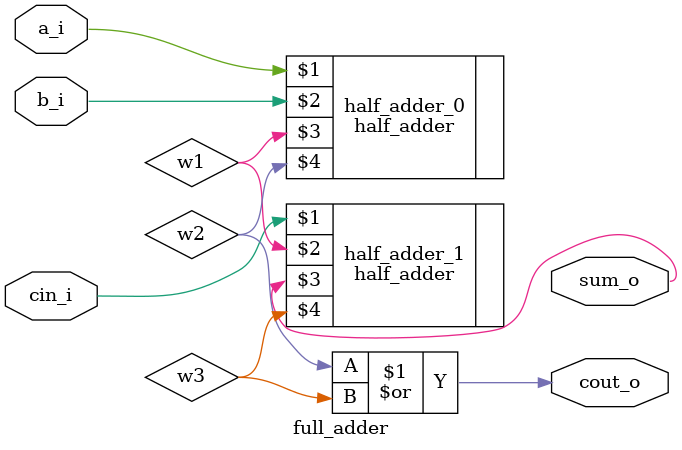
<source format=sv>
`timescale 1ns / 1ps


module full_adder(
    input logic a_i,
    input logic b_i,
    input logic cin_i,
    output logic sum_o,
    output logic cout_o
    );
    
    wire w1,w2,w3;    
    
    half_adder half_adder_0(a_i,b_i,w1,w2);
    half_adder half_adder_1(cin_i,w1, sum_o, w3);
    
    assign cout_o = w2 | w3;
    
endmodule
</source>
